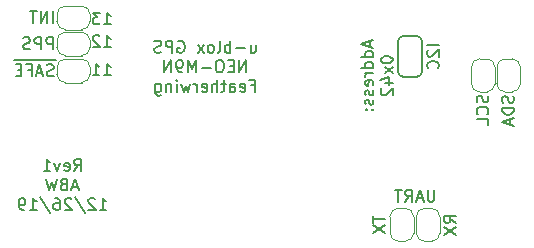
<source format=gbr>
G04 #@! TF.GenerationSoftware,KiCad,Pcbnew,(5.1.4)-1*
G04 #@! TF.CreationDate,2019-12-26T22:32:10-05:00*
G04 #@! TF.ProjectId,Feather-NEO-M9N-GPS,46656174-6865-4722-9d4e-454f2d4d394e,rev?*
G04 #@! TF.SameCoordinates,Original*
G04 #@! TF.FileFunction,Legend,Bot*
G04 #@! TF.FilePolarity,Positive*
%FSLAX46Y46*%
G04 Gerber Fmt 4.6, Leading zero omitted, Abs format (unit mm)*
G04 Created by KiCad (PCBNEW (5.1.4)-1) date 2019-12-26 22:32:10*
%MOMM*%
%LPD*%
G04 APERTURE LIST*
%ADD10C,0.150000*%
%ADD11C,0.203200*%
%ADD12C,0.120000*%
G04 APERTURE END LIST*
D10*
X139101390Y-88908880D02*
X139434723Y-88432690D01*
X139672819Y-88908880D02*
X139672819Y-87908880D01*
X139291866Y-87908880D01*
X139196628Y-87956500D01*
X139149009Y-88004119D01*
X139101390Y-88099357D01*
X139101390Y-88242214D01*
X139149009Y-88337452D01*
X139196628Y-88385071D01*
X139291866Y-88432690D01*
X139672819Y-88432690D01*
X138291866Y-88861261D02*
X138387104Y-88908880D01*
X138577580Y-88908880D01*
X138672819Y-88861261D01*
X138720438Y-88766023D01*
X138720438Y-88385071D01*
X138672819Y-88289833D01*
X138577580Y-88242214D01*
X138387104Y-88242214D01*
X138291866Y-88289833D01*
X138244247Y-88385071D01*
X138244247Y-88480309D01*
X138720438Y-88575547D01*
X137910914Y-88242214D02*
X137672819Y-88908880D01*
X137434723Y-88242214D01*
X136529961Y-88908880D02*
X137101390Y-88908880D01*
X136815676Y-88908880D02*
X136815676Y-87908880D01*
X136910914Y-88051738D01*
X137006152Y-88146976D01*
X137101390Y-88194595D01*
X139434723Y-90273166D02*
X138958533Y-90273166D01*
X139529961Y-90558880D02*
X139196628Y-89558880D01*
X138863295Y-90558880D01*
X138196628Y-90035071D02*
X138053771Y-90082690D01*
X138006152Y-90130309D01*
X137958533Y-90225547D01*
X137958533Y-90368404D01*
X138006152Y-90463642D01*
X138053771Y-90511261D01*
X138149009Y-90558880D01*
X138529961Y-90558880D01*
X138529961Y-89558880D01*
X138196628Y-89558880D01*
X138101390Y-89606500D01*
X138053771Y-89654119D01*
X138006152Y-89749357D01*
X138006152Y-89844595D01*
X138053771Y-89939833D01*
X138101390Y-89987452D01*
X138196628Y-90035071D01*
X138529961Y-90035071D01*
X137625200Y-89558880D02*
X137387104Y-90558880D01*
X137196628Y-89844595D01*
X137006152Y-90558880D01*
X136768057Y-89558880D01*
X141268057Y-92208880D02*
X141839485Y-92208880D01*
X141553771Y-92208880D02*
X141553771Y-91208880D01*
X141649009Y-91351738D01*
X141744247Y-91446976D01*
X141839485Y-91494595D01*
X140887104Y-91304119D02*
X140839485Y-91256500D01*
X140744247Y-91208880D01*
X140506152Y-91208880D01*
X140410914Y-91256500D01*
X140363295Y-91304119D01*
X140315676Y-91399357D01*
X140315676Y-91494595D01*
X140363295Y-91637452D01*
X140934723Y-92208880D01*
X140315676Y-92208880D01*
X139172819Y-91161261D02*
X140029961Y-92446976D01*
X138887104Y-91304119D02*
X138839485Y-91256500D01*
X138744247Y-91208880D01*
X138506152Y-91208880D01*
X138410914Y-91256500D01*
X138363295Y-91304119D01*
X138315676Y-91399357D01*
X138315676Y-91494595D01*
X138363295Y-91637452D01*
X138934723Y-92208880D01*
X138315676Y-92208880D01*
X137458533Y-91208880D02*
X137649009Y-91208880D01*
X137744247Y-91256500D01*
X137791866Y-91304119D01*
X137887104Y-91446976D01*
X137934723Y-91637452D01*
X137934723Y-92018404D01*
X137887104Y-92113642D01*
X137839485Y-92161261D01*
X137744247Y-92208880D01*
X137553771Y-92208880D01*
X137458533Y-92161261D01*
X137410914Y-92113642D01*
X137363295Y-92018404D01*
X137363295Y-91780309D01*
X137410914Y-91685071D01*
X137458533Y-91637452D01*
X137553771Y-91589833D01*
X137744247Y-91589833D01*
X137839485Y-91637452D01*
X137887104Y-91685071D01*
X137934723Y-91780309D01*
X136220438Y-91161261D02*
X137077580Y-92446976D01*
X135363295Y-92208880D02*
X135934723Y-92208880D01*
X135649009Y-92208880D02*
X135649009Y-91208880D01*
X135744247Y-91351738D01*
X135839485Y-91446976D01*
X135934723Y-91494595D01*
X134887104Y-92208880D02*
X134696628Y-92208880D01*
X134601390Y-92161261D01*
X134553771Y-92113642D01*
X134458533Y-91970785D01*
X134410914Y-91780309D01*
X134410914Y-91399357D01*
X134458533Y-91304119D01*
X134506152Y-91256500D01*
X134601390Y-91208880D01*
X134791866Y-91208880D01*
X134887104Y-91256500D01*
X134934723Y-91304119D01*
X134982342Y-91399357D01*
X134982342Y-91637452D01*
X134934723Y-91732690D01*
X134887104Y-91780309D01*
X134791866Y-91827928D01*
X134601390Y-91827928D01*
X134506152Y-91780309D01*
X134458533Y-91732690D01*
X134410914Y-91637452D01*
X154048933Y-78234614D02*
X154048933Y-78901280D01*
X154477504Y-78234614D02*
X154477504Y-78758423D01*
X154429885Y-78853661D01*
X154334647Y-78901280D01*
X154191790Y-78901280D01*
X154096552Y-78853661D01*
X154048933Y-78806042D01*
X153572742Y-78520328D02*
X152810838Y-78520328D01*
X152334647Y-78901280D02*
X152334647Y-77901280D01*
X152334647Y-78282233D02*
X152239409Y-78234614D01*
X152048933Y-78234614D01*
X151953695Y-78282233D01*
X151906076Y-78329852D01*
X151858457Y-78425090D01*
X151858457Y-78710804D01*
X151906076Y-78806042D01*
X151953695Y-78853661D01*
X152048933Y-78901280D01*
X152239409Y-78901280D01*
X152334647Y-78853661D01*
X151287028Y-78901280D02*
X151382266Y-78853661D01*
X151429885Y-78758423D01*
X151429885Y-77901280D01*
X150763219Y-78901280D02*
X150858457Y-78853661D01*
X150906076Y-78806042D01*
X150953695Y-78710804D01*
X150953695Y-78425090D01*
X150906076Y-78329852D01*
X150858457Y-78282233D01*
X150763219Y-78234614D01*
X150620361Y-78234614D01*
X150525123Y-78282233D01*
X150477504Y-78329852D01*
X150429885Y-78425090D01*
X150429885Y-78710804D01*
X150477504Y-78806042D01*
X150525123Y-78853661D01*
X150620361Y-78901280D01*
X150763219Y-78901280D01*
X150096552Y-78901280D02*
X149572742Y-78234614D01*
X150096552Y-78234614D02*
X149572742Y-78901280D01*
X147906076Y-77948900D02*
X148001314Y-77901280D01*
X148144171Y-77901280D01*
X148287028Y-77948900D01*
X148382266Y-78044138D01*
X148429885Y-78139376D01*
X148477504Y-78329852D01*
X148477504Y-78472709D01*
X148429885Y-78663185D01*
X148382266Y-78758423D01*
X148287028Y-78853661D01*
X148144171Y-78901280D01*
X148048933Y-78901280D01*
X147906076Y-78853661D01*
X147858457Y-78806042D01*
X147858457Y-78472709D01*
X148048933Y-78472709D01*
X147429885Y-78901280D02*
X147429885Y-77901280D01*
X147048933Y-77901280D01*
X146953695Y-77948900D01*
X146906076Y-77996519D01*
X146858457Y-78091757D01*
X146858457Y-78234614D01*
X146906076Y-78329852D01*
X146953695Y-78377471D01*
X147048933Y-78425090D01*
X147429885Y-78425090D01*
X146477504Y-78853661D02*
X146334647Y-78901280D01*
X146096552Y-78901280D01*
X146001314Y-78853661D01*
X145953695Y-78806042D01*
X145906076Y-78710804D01*
X145906076Y-78615566D01*
X145953695Y-78520328D01*
X146001314Y-78472709D01*
X146096552Y-78425090D01*
X146287028Y-78377471D01*
X146382266Y-78329852D01*
X146429885Y-78282233D01*
X146477504Y-78186995D01*
X146477504Y-78091757D01*
X146429885Y-77996519D01*
X146382266Y-77948900D01*
X146287028Y-77901280D01*
X146048933Y-77901280D01*
X145906076Y-77948900D01*
X153667980Y-80551280D02*
X153667980Y-79551280D01*
X153096552Y-80551280D01*
X153096552Y-79551280D01*
X152620361Y-80027471D02*
X152287028Y-80027471D01*
X152144171Y-80551280D02*
X152620361Y-80551280D01*
X152620361Y-79551280D01*
X152144171Y-79551280D01*
X151525123Y-79551280D02*
X151334647Y-79551280D01*
X151239409Y-79598900D01*
X151144171Y-79694138D01*
X151096552Y-79884614D01*
X151096552Y-80217947D01*
X151144171Y-80408423D01*
X151239409Y-80503661D01*
X151334647Y-80551280D01*
X151525123Y-80551280D01*
X151620361Y-80503661D01*
X151715600Y-80408423D01*
X151763219Y-80217947D01*
X151763219Y-79884614D01*
X151715600Y-79694138D01*
X151620361Y-79598900D01*
X151525123Y-79551280D01*
X150667980Y-80170328D02*
X149906076Y-80170328D01*
X149429885Y-80551280D02*
X149429885Y-79551280D01*
X149096552Y-80265566D01*
X148763219Y-79551280D01*
X148763219Y-80551280D01*
X148239409Y-80551280D02*
X148048933Y-80551280D01*
X147953695Y-80503661D01*
X147906076Y-80456042D01*
X147810838Y-80313185D01*
X147763219Y-80122709D01*
X147763219Y-79741757D01*
X147810838Y-79646519D01*
X147858457Y-79598900D01*
X147953695Y-79551280D01*
X148144171Y-79551280D01*
X148239409Y-79598900D01*
X148287028Y-79646519D01*
X148334647Y-79741757D01*
X148334647Y-79979852D01*
X148287028Y-80075090D01*
X148239409Y-80122709D01*
X148144171Y-80170328D01*
X147953695Y-80170328D01*
X147858457Y-80122709D01*
X147810838Y-80075090D01*
X147763219Y-79979852D01*
X147334647Y-80551280D02*
X147334647Y-79551280D01*
X146763219Y-80551280D01*
X146763219Y-79551280D01*
X154096552Y-81677471D02*
X154429885Y-81677471D01*
X154429885Y-82201280D02*
X154429885Y-81201280D01*
X153953695Y-81201280D01*
X153191790Y-82153661D02*
X153287028Y-82201280D01*
X153477504Y-82201280D01*
X153572742Y-82153661D01*
X153620361Y-82058423D01*
X153620361Y-81677471D01*
X153572742Y-81582233D01*
X153477504Y-81534614D01*
X153287028Y-81534614D01*
X153191790Y-81582233D01*
X153144171Y-81677471D01*
X153144171Y-81772709D01*
X153620361Y-81867947D01*
X152287028Y-82201280D02*
X152287028Y-81677471D01*
X152334647Y-81582233D01*
X152429885Y-81534614D01*
X152620361Y-81534614D01*
X152715600Y-81582233D01*
X152287028Y-82153661D02*
X152382266Y-82201280D01*
X152620361Y-82201280D01*
X152715600Y-82153661D01*
X152763219Y-82058423D01*
X152763219Y-81963185D01*
X152715600Y-81867947D01*
X152620361Y-81820328D01*
X152382266Y-81820328D01*
X152287028Y-81772709D01*
X151953695Y-81534614D02*
X151572742Y-81534614D01*
X151810838Y-81201280D02*
X151810838Y-82058423D01*
X151763219Y-82153661D01*
X151667980Y-82201280D01*
X151572742Y-82201280D01*
X151239409Y-82201280D02*
X151239409Y-81201280D01*
X150810838Y-82201280D02*
X150810838Y-81677471D01*
X150858457Y-81582233D01*
X150953695Y-81534614D01*
X151096552Y-81534614D01*
X151191790Y-81582233D01*
X151239409Y-81629852D01*
X149953695Y-82153661D02*
X150048933Y-82201280D01*
X150239409Y-82201280D01*
X150334647Y-82153661D01*
X150382266Y-82058423D01*
X150382266Y-81677471D01*
X150334647Y-81582233D01*
X150239409Y-81534614D01*
X150048933Y-81534614D01*
X149953695Y-81582233D01*
X149906076Y-81677471D01*
X149906076Y-81772709D01*
X150382266Y-81867947D01*
X149477504Y-82201280D02*
X149477504Y-81534614D01*
X149477504Y-81725090D02*
X149429885Y-81629852D01*
X149382266Y-81582233D01*
X149287028Y-81534614D01*
X149191790Y-81534614D01*
X148953695Y-81534614D02*
X148763219Y-82201280D01*
X148572742Y-81725090D01*
X148382266Y-82201280D01*
X148191790Y-81534614D01*
X147810838Y-82201280D02*
X147810838Y-81534614D01*
X147810838Y-81201280D02*
X147858457Y-81248900D01*
X147810838Y-81296519D01*
X147763219Y-81248900D01*
X147810838Y-81201280D01*
X147810838Y-81296519D01*
X147334647Y-81534614D02*
X147334647Y-82201280D01*
X147334647Y-81629852D02*
X147287028Y-81582233D01*
X147191790Y-81534614D01*
X147048933Y-81534614D01*
X146953695Y-81582233D01*
X146906076Y-81677471D01*
X146906076Y-82201280D01*
X146001314Y-81534614D02*
X146001314Y-82344138D01*
X146048933Y-82439376D01*
X146096552Y-82486995D01*
X146191790Y-82534614D01*
X146334647Y-82534614D01*
X146429885Y-82486995D01*
X146001314Y-82153661D02*
X146096552Y-82201280D01*
X146287028Y-82201280D01*
X146382266Y-82153661D01*
X146429885Y-82106042D01*
X146477504Y-82010804D01*
X146477504Y-81725090D01*
X146429885Y-81629852D01*
X146382266Y-81582233D01*
X146287028Y-81534614D01*
X146096552Y-81534614D01*
X146001314Y-81582233D01*
X164136866Y-77932328D02*
X164136866Y-78408519D01*
X164422580Y-77837090D02*
X163422580Y-78170423D01*
X164422580Y-78503757D01*
X164422580Y-79265661D02*
X163422580Y-79265661D01*
X164374961Y-79265661D02*
X164422580Y-79170423D01*
X164422580Y-78979947D01*
X164374961Y-78884709D01*
X164327342Y-78837090D01*
X164232104Y-78789471D01*
X163946390Y-78789471D01*
X163851152Y-78837090D01*
X163803533Y-78884709D01*
X163755914Y-78979947D01*
X163755914Y-79170423D01*
X163803533Y-79265661D01*
X164422580Y-80170423D02*
X163422580Y-80170423D01*
X164374961Y-80170423D02*
X164422580Y-80075185D01*
X164422580Y-79884709D01*
X164374961Y-79789471D01*
X164327342Y-79741852D01*
X164232104Y-79694233D01*
X163946390Y-79694233D01*
X163851152Y-79741852D01*
X163803533Y-79789471D01*
X163755914Y-79884709D01*
X163755914Y-80075185D01*
X163803533Y-80170423D01*
X164422580Y-80646614D02*
X163755914Y-80646614D01*
X163946390Y-80646614D02*
X163851152Y-80694233D01*
X163803533Y-80741852D01*
X163755914Y-80837090D01*
X163755914Y-80932328D01*
X164374961Y-81646614D02*
X164422580Y-81551376D01*
X164422580Y-81360900D01*
X164374961Y-81265661D01*
X164279723Y-81218042D01*
X163898771Y-81218042D01*
X163803533Y-81265661D01*
X163755914Y-81360900D01*
X163755914Y-81551376D01*
X163803533Y-81646614D01*
X163898771Y-81694233D01*
X163994009Y-81694233D01*
X164089247Y-81218042D01*
X164374961Y-82075185D02*
X164422580Y-82170423D01*
X164422580Y-82360900D01*
X164374961Y-82456138D01*
X164279723Y-82503757D01*
X164232104Y-82503757D01*
X164136866Y-82456138D01*
X164089247Y-82360900D01*
X164089247Y-82218042D01*
X164041628Y-82122804D01*
X163946390Y-82075185D01*
X163898771Y-82075185D01*
X163803533Y-82122804D01*
X163755914Y-82218042D01*
X163755914Y-82360900D01*
X163803533Y-82456138D01*
X164374961Y-82884709D02*
X164422580Y-82979947D01*
X164422580Y-83170423D01*
X164374961Y-83265661D01*
X164279723Y-83313280D01*
X164232104Y-83313280D01*
X164136866Y-83265661D01*
X164089247Y-83170423D01*
X164089247Y-83027566D01*
X164041628Y-82932328D01*
X163946390Y-82884709D01*
X163898771Y-82884709D01*
X163803533Y-82932328D01*
X163755914Y-83027566D01*
X163755914Y-83170423D01*
X163803533Y-83265661D01*
X164327342Y-83741852D02*
X164374961Y-83789471D01*
X164422580Y-83741852D01*
X164374961Y-83694233D01*
X164327342Y-83741852D01*
X164422580Y-83741852D01*
X163803533Y-83741852D02*
X163851152Y-83789471D01*
X163898771Y-83741852D01*
X163851152Y-83694233D01*
X163803533Y-83741852D01*
X163898771Y-83741852D01*
X165072580Y-79456138D02*
X165072580Y-79551376D01*
X165120200Y-79646614D01*
X165167819Y-79694233D01*
X165263057Y-79741852D01*
X165453533Y-79789471D01*
X165691628Y-79789471D01*
X165882104Y-79741852D01*
X165977342Y-79694233D01*
X166024961Y-79646614D01*
X166072580Y-79551376D01*
X166072580Y-79456138D01*
X166024961Y-79360900D01*
X165977342Y-79313280D01*
X165882104Y-79265661D01*
X165691628Y-79218042D01*
X165453533Y-79218042D01*
X165263057Y-79265661D01*
X165167819Y-79313280D01*
X165120200Y-79360900D01*
X165072580Y-79456138D01*
X166072580Y-80122804D02*
X165405914Y-80646614D01*
X165405914Y-80122804D02*
X166072580Y-80646614D01*
X165405914Y-81456138D02*
X166072580Y-81456138D01*
X165024961Y-81218042D02*
X165739247Y-80979947D01*
X165739247Y-81598995D01*
X165167819Y-81932328D02*
X165120200Y-81979947D01*
X165072580Y-82075185D01*
X165072580Y-82313280D01*
X165120200Y-82408519D01*
X165167819Y-82456138D01*
X165263057Y-82503757D01*
X165358295Y-82503757D01*
X165501152Y-82456138D01*
X166072580Y-81884709D01*
X166072580Y-82503757D01*
X169616238Y-90511380D02*
X169616238Y-91320904D01*
X169568619Y-91416142D01*
X169521000Y-91463761D01*
X169425761Y-91511380D01*
X169235285Y-91511380D01*
X169140047Y-91463761D01*
X169092428Y-91416142D01*
X169044809Y-91320904D01*
X169044809Y-90511380D01*
X168616238Y-91225666D02*
X168140047Y-91225666D01*
X168711476Y-91511380D02*
X168378142Y-90511380D01*
X168044809Y-91511380D01*
X167140047Y-91511380D02*
X167473380Y-91035190D01*
X167711476Y-91511380D02*
X167711476Y-90511380D01*
X167330523Y-90511380D01*
X167235285Y-90559000D01*
X167187666Y-90606619D01*
X167140047Y-90701857D01*
X167140047Y-90844714D01*
X167187666Y-90939952D01*
X167235285Y-90987571D01*
X167330523Y-91035190D01*
X167711476Y-91035190D01*
X166854333Y-90511380D02*
X166282904Y-90511380D01*
X166568619Y-91511380D02*
X166568619Y-90511380D01*
X141627836Y-80833220D02*
X142199264Y-80833220D01*
X141913550Y-80833220D02*
X141913550Y-79833220D01*
X142008788Y-79976078D01*
X142104026Y-80071316D01*
X142199264Y-80118935D01*
X140675455Y-80833220D02*
X141246883Y-80833220D01*
X140961169Y-80833220D02*
X140961169Y-79833220D01*
X141056407Y-79976078D01*
X141151645Y-80071316D01*
X141246883Y-80118935D01*
X141627836Y-78430380D02*
X142199264Y-78430380D01*
X141913550Y-78430380D02*
X141913550Y-77430380D01*
X142008788Y-77573238D01*
X142104026Y-77668476D01*
X142199264Y-77716095D01*
X141246883Y-77525619D02*
X141199264Y-77478000D01*
X141104026Y-77430380D01*
X140865931Y-77430380D01*
X140770693Y-77478000D01*
X140723074Y-77525619D01*
X140675455Y-77620857D01*
X140675455Y-77716095D01*
X140723074Y-77858952D01*
X141294502Y-78430380D01*
X140675455Y-78430380D01*
X141627836Y-76515220D02*
X142199264Y-76515220D01*
X141913550Y-76515220D02*
X141913550Y-75515220D01*
X142008788Y-75658078D01*
X142104026Y-75753316D01*
X142199264Y-75800935D01*
X141294502Y-75515220D02*
X140675455Y-75515220D01*
X141008788Y-75896173D01*
X140865931Y-75896173D01*
X140770693Y-75943792D01*
X140723074Y-75991411D01*
X140675455Y-76086649D01*
X140675455Y-76324744D01*
X140723074Y-76419982D01*
X140770693Y-76467601D01*
X140865931Y-76515220D01*
X141151645Y-76515220D01*
X141246883Y-76467601D01*
X141294502Y-76419982D01*
D11*
X166532560Y-77942440D02*
X166532560Y-80482440D01*
X168107360Y-77485240D02*
X166989760Y-77485240D01*
X168107360Y-80939640D02*
X166989760Y-80939640D01*
X168107360Y-80939640D02*
G75*
G03X168564560Y-80482440I0J457200D01*
G01*
X168564560Y-77942440D02*
G75*
G03X168107360Y-77485240I-457200J0D01*
G01*
X166532560Y-77942440D02*
G75*
G02X166989760Y-77485240I457200J0D01*
G01*
X166989760Y-80939640D02*
G75*
G02X166532560Y-80482440I0J457200D01*
G01*
X168564560Y-80482440D02*
X168564560Y-77942440D01*
D12*
X138354840Y-81431640D02*
X139754840Y-81431640D01*
X140454840Y-80731640D02*
X140454840Y-80131640D01*
X139754840Y-79431640D02*
X138354840Y-79431640D01*
X137654840Y-80131640D02*
X137654840Y-80731640D01*
X137654840Y-80731640D02*
G75*
G03X138354840Y-81431640I700000J0D01*
G01*
X138354840Y-79431640D02*
G75*
G03X137654840Y-80131640I0J-700000D01*
G01*
X140454840Y-80131640D02*
G75*
G03X139754840Y-79431640I-700000J0D01*
G01*
X139754840Y-81431640D02*
G75*
G03X140454840Y-80731640I0J700000D01*
G01*
X138354840Y-79155800D02*
X139754840Y-79155800D01*
X140454840Y-78455800D02*
X140454840Y-77855800D01*
X139754840Y-77155800D02*
X138354840Y-77155800D01*
X137654840Y-77855800D02*
X137654840Y-78455800D01*
X137654840Y-78455800D02*
G75*
G03X138354840Y-79155800I700000J0D01*
G01*
X138354840Y-77155800D02*
G75*
G03X137654840Y-77855800I0J-700000D01*
G01*
X140454840Y-77855800D02*
G75*
G03X139754840Y-77155800I-700000J0D01*
G01*
X139754840Y-79155800D02*
G75*
G03X140454840Y-78455800I0J700000D01*
G01*
X138354840Y-76951080D02*
X139754840Y-76951080D01*
X140454840Y-76251080D02*
X140454840Y-75651080D01*
X139754840Y-74951080D02*
X138354840Y-74951080D01*
X137654840Y-75651080D02*
X137654840Y-76251080D01*
X137654840Y-76251080D02*
G75*
G03X138354840Y-76951080I700000J0D01*
G01*
X138354840Y-74951080D02*
G75*
G03X137654840Y-75651080I0J-700000D01*
G01*
X140454840Y-75651080D02*
G75*
G03X139754840Y-74951080I-700000J0D01*
G01*
X139754840Y-76951080D02*
G75*
G03X140454840Y-76251080I0J700000D01*
G01*
X167855140Y-94172000D02*
X167855140Y-92772000D01*
X167155140Y-92072000D02*
X166555140Y-92072000D01*
X165855140Y-92772000D02*
X165855140Y-94172000D01*
X166555140Y-94872000D02*
X167155140Y-94872000D01*
X167155140Y-94872000D02*
G75*
G03X167855140Y-94172000I0J700000D01*
G01*
X165855140Y-94172000D02*
G75*
G03X166555140Y-94872000I700000J0D01*
G01*
X166555140Y-92072000D02*
G75*
G03X165855140Y-92772000I0J-700000D01*
G01*
X167855140Y-92772000D02*
G75*
G03X167155140Y-92072000I-700000J0D01*
G01*
X168075100Y-92777080D02*
X168075100Y-94177080D01*
X168775100Y-94877080D02*
X169375100Y-94877080D01*
X170075100Y-94177080D02*
X170075100Y-92777080D01*
X169375100Y-92077080D02*
X168775100Y-92077080D01*
X168775100Y-92077080D02*
G75*
G03X168075100Y-92777080I0J-700000D01*
G01*
X170075100Y-92777080D02*
G75*
G03X169375100Y-92077080I-700000J0D01*
G01*
X169375100Y-94877080D02*
G75*
G03X170075100Y-94177080I0J700000D01*
G01*
X168075100Y-94177080D02*
G75*
G03X168775100Y-94877080I700000J0D01*
G01*
X172746160Y-80122800D02*
X172746160Y-81522800D01*
X173446160Y-82222800D02*
X174046160Y-82222800D01*
X174746160Y-81522800D02*
X174746160Y-80122800D01*
X174046160Y-79422800D02*
X173446160Y-79422800D01*
X173446160Y-79422800D02*
G75*
G03X172746160Y-80122800I0J-700000D01*
G01*
X174746160Y-80122800D02*
G75*
G03X174046160Y-79422800I-700000J0D01*
G01*
X174046160Y-82222800D02*
G75*
G03X174746160Y-81522800I0J700000D01*
G01*
X172746160Y-81522800D02*
G75*
G03X173446160Y-82222800I700000J0D01*
G01*
X174895000Y-80122800D02*
X174895000Y-81522800D01*
X175595000Y-82222800D02*
X176195000Y-82222800D01*
X176895000Y-81522800D02*
X176895000Y-80122800D01*
X176195000Y-79422800D02*
X175595000Y-79422800D01*
X175595000Y-79422800D02*
G75*
G03X174895000Y-80122800I0J-700000D01*
G01*
X176895000Y-80122800D02*
G75*
G03X176195000Y-79422800I-700000J0D01*
G01*
X176195000Y-82222800D02*
G75*
G03X176895000Y-81522800I0J700000D01*
G01*
X174895000Y-81522800D02*
G75*
G03X175595000Y-82222800I700000J0D01*
G01*
D10*
X169989380Y-78236249D02*
X168989380Y-78236249D01*
X169084619Y-78664820D02*
X169037000Y-78712440D01*
X168989380Y-78807678D01*
X168989380Y-79045773D01*
X169037000Y-79141011D01*
X169084619Y-79188630D01*
X169179857Y-79236249D01*
X169275095Y-79236249D01*
X169417952Y-79188630D01*
X169989380Y-78617201D01*
X169989380Y-79236249D01*
X169894142Y-80236249D02*
X169941761Y-80188630D01*
X169989380Y-80045773D01*
X169989380Y-79950535D01*
X169941761Y-79807678D01*
X169846523Y-79712440D01*
X169751285Y-79664820D01*
X169560809Y-79617201D01*
X169417952Y-79617201D01*
X169227476Y-79664820D01*
X169132238Y-79712440D01*
X169037000Y-79807678D01*
X168989380Y-79950535D01*
X168989380Y-80045773D01*
X169037000Y-80188630D01*
X169084619Y-80236249D01*
X137558874Y-79521720D02*
X136606493Y-79521720D01*
X137368398Y-80841481D02*
X137225540Y-80889100D01*
X136987445Y-80889100D01*
X136892207Y-80841481D01*
X136844588Y-80793862D01*
X136796969Y-80698624D01*
X136796969Y-80603386D01*
X136844588Y-80508148D01*
X136892207Y-80460529D01*
X136987445Y-80412910D01*
X137177921Y-80365291D01*
X137273160Y-80317672D01*
X137320779Y-80270053D01*
X137368398Y-80174815D01*
X137368398Y-80079577D01*
X137320779Y-79984339D01*
X137273160Y-79936720D01*
X137177921Y-79889100D01*
X136939826Y-79889100D01*
X136796969Y-79936720D01*
X136606493Y-79521720D02*
X135749350Y-79521720D01*
X136416017Y-80603386D02*
X135939826Y-80603386D01*
X136511255Y-80889100D02*
X136177921Y-79889100D01*
X135844588Y-80889100D01*
X135749350Y-79521720D02*
X134892207Y-79521720D01*
X135177921Y-80365291D02*
X135511255Y-80365291D01*
X135511255Y-80889100D02*
X135511255Y-79889100D01*
X135035064Y-79889100D01*
X134892207Y-79521720D02*
X133987445Y-79521720D01*
X134654112Y-80365291D02*
X134320779Y-80365291D01*
X134177921Y-80889100D02*
X134654112Y-80889100D01*
X134654112Y-79889100D01*
X134177921Y-79889100D01*
X137320779Y-78613260D02*
X137320779Y-77613260D01*
X136939826Y-77613260D01*
X136844588Y-77660880D01*
X136796969Y-77708499D01*
X136749350Y-77803737D01*
X136749350Y-77946594D01*
X136796969Y-78041832D01*
X136844588Y-78089451D01*
X136939826Y-78137070D01*
X137320779Y-78137070D01*
X136320779Y-78613260D02*
X136320779Y-77613260D01*
X135939826Y-77613260D01*
X135844588Y-77660880D01*
X135796969Y-77708499D01*
X135749350Y-77803737D01*
X135749350Y-77946594D01*
X135796969Y-78041832D01*
X135844588Y-78089451D01*
X135939826Y-78137070D01*
X136320779Y-78137070D01*
X135368398Y-78565641D02*
X135225541Y-78613260D01*
X134987445Y-78613260D01*
X134892207Y-78565641D01*
X134844588Y-78518022D01*
X134796969Y-78422784D01*
X134796969Y-78327546D01*
X134844588Y-78232308D01*
X134892207Y-78184689D01*
X134987445Y-78137070D01*
X135177922Y-78089451D01*
X135273160Y-78041832D01*
X135320779Y-77994213D01*
X135368398Y-77898975D01*
X135368398Y-77803737D01*
X135320779Y-77708499D01*
X135273160Y-77660880D01*
X135177922Y-77613260D01*
X134939826Y-77613260D01*
X134796969Y-77660880D01*
X137320779Y-76413620D02*
X137320779Y-75413620D01*
X136844589Y-76413620D02*
X136844589Y-75413620D01*
X136273160Y-76413620D01*
X136273160Y-75413620D01*
X135939827Y-75413620D02*
X135368398Y-75413620D01*
X135654113Y-76413620D02*
X135654113Y-75413620D01*
X164407520Y-92710095D02*
X164407520Y-93281523D01*
X165407520Y-92995809D02*
X164407520Y-92995809D01*
X164407520Y-93519619D02*
X165407520Y-94186285D01*
X164407520Y-94186285D02*
X165407520Y-93519619D01*
X171427480Y-93310413D02*
X170951290Y-92977080D01*
X171427480Y-92738984D02*
X170427480Y-92738984D01*
X170427480Y-93119937D01*
X170475100Y-93215175D01*
X170522719Y-93262794D01*
X170617957Y-93310413D01*
X170760814Y-93310413D01*
X170856052Y-93262794D01*
X170903671Y-93215175D01*
X170951290Y-93119937D01*
X170951290Y-92738984D01*
X170427480Y-93643746D02*
X171427480Y-94310413D01*
X170427480Y-94310413D02*
X171427480Y-93643746D01*
X174140761Y-82527923D02*
X174188380Y-82670780D01*
X174188380Y-82908876D01*
X174140761Y-83004114D01*
X174093142Y-83051733D01*
X173997904Y-83099352D01*
X173902666Y-83099352D01*
X173807428Y-83051733D01*
X173759809Y-83004114D01*
X173712190Y-82908876D01*
X173664571Y-82718400D01*
X173616952Y-82623161D01*
X173569333Y-82575542D01*
X173474095Y-82527923D01*
X173378857Y-82527923D01*
X173283619Y-82575542D01*
X173236000Y-82623161D01*
X173188380Y-82718400D01*
X173188380Y-82956495D01*
X173236000Y-83099352D01*
X174093142Y-84099352D02*
X174140761Y-84051733D01*
X174188380Y-83908876D01*
X174188380Y-83813638D01*
X174140761Y-83670780D01*
X174045523Y-83575542D01*
X173950285Y-83527923D01*
X173759809Y-83480304D01*
X173616952Y-83480304D01*
X173426476Y-83527923D01*
X173331238Y-83575542D01*
X173236000Y-83670780D01*
X173188380Y-83813638D01*
X173188380Y-83908876D01*
X173236000Y-84051733D01*
X173283619Y-84099352D01*
X174188380Y-85004114D02*
X174188380Y-84527923D01*
X173188380Y-84527923D01*
X176287061Y-82567614D02*
X176334680Y-82710471D01*
X176334680Y-82948566D01*
X176287061Y-83043804D01*
X176239442Y-83091423D01*
X176144204Y-83139042D01*
X176048966Y-83139042D01*
X175953728Y-83091423D01*
X175906109Y-83043804D01*
X175858490Y-82948566D01*
X175810871Y-82758090D01*
X175763252Y-82662852D01*
X175715633Y-82615233D01*
X175620395Y-82567614D01*
X175525157Y-82567614D01*
X175429919Y-82615233D01*
X175382300Y-82662852D01*
X175334680Y-82758090D01*
X175334680Y-82996185D01*
X175382300Y-83139042D01*
X176334680Y-83567614D02*
X175334680Y-83567614D01*
X175334680Y-83805709D01*
X175382300Y-83948566D01*
X175477538Y-84043804D01*
X175572776Y-84091423D01*
X175763252Y-84139042D01*
X175906109Y-84139042D01*
X176096585Y-84091423D01*
X176191823Y-84043804D01*
X176287061Y-83948566D01*
X176334680Y-83805709D01*
X176334680Y-83567614D01*
X176048966Y-84519995D02*
X176048966Y-84996185D01*
X176334680Y-84424757D02*
X175334680Y-84758090D01*
X176334680Y-85091423D01*
M02*

</source>
